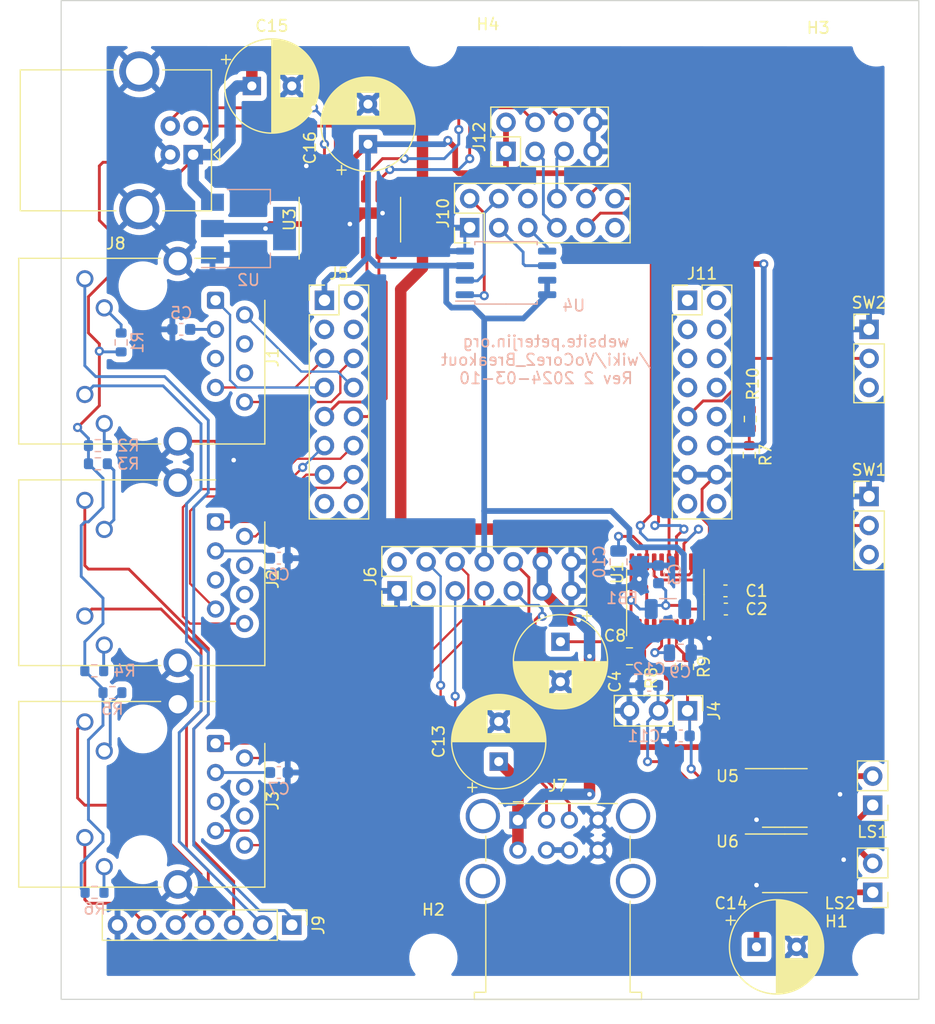
<source format=kicad_pcb>
(kicad_pcb (version 20211014) (generator pcbnew)
  (layers (0 "F.Cu" signal) (31 "B.Cu" signal) (34 "B.Paste" user) (35 "F.Paste" user) (36 "B.SilkS" user "B.Silkscreen") (37 "F.SilkS" user "F.Silkscreen") (38 "B.Mask" user) (39 "F.Mask" user) (44 "Edge.Cuts" user))
  (net 0 "")
  (net 1 "Net-(C1-Pad1)")
  (net 2 "GND")
  (net 3 "Net-(C5-Pad1)")
  (net 4 "Net-(C6-Pad1)")
  (net 5 "Net-(C7-Pad1)")
  (net 6 "Net-(C8-Pad1)")
  (net 7 "Net-(C8-Pad2)")
  (net 8 "Net-(C9-Pad1)")
  (net 9 "Net-(C10-Pad1)")
  (net 10 "/LOUT")
  (net 11 "/ROUT")
  (net 12 "+5V")
  (net 13 "+3.3V")
  (net 14 "/TD1+")
  (net 15 "/TD1-")
  (net 19 "/RD1+")
  (net 20 "/RD1-")
  (net 21 "/LED1")
  (net 22 "Net-(J1-Pad10)")
  (net 23 "/LED2")
  (net 24 "Net-(J1-Pad12)")
  (net 25 "/TD2+")
  (net 26 "/TD2-")
  (net 30 "/RD2+")
  (net 31 "/RD2-")
  (net 32 "/LED3")
  (net 33 "Net-(J2-Pad10)")
  (net 34 "/LED4")
  (net 35 "Net-(J2-Pad12)")
  (net 36 "/TD3+")
  (net 37 "/TD3-")
  (net 41 "/RD3+")
  (net 42 "/RD3-")
  (net 43 "/LED5")
  (net 44 "Net-(J3-Pad10)")
  (net 45 "/LED6")
  (net 46 "Net-(J3-Pad12)")
  (net 50 "/TX_TO_MCP")
  (net 51 "/RX_TO_VOCORE")
  (net 56 "Net-(J6-Pad9)")
  (net 57 "Net-(J6-Pad10)")
  (net 58 "Net-(J7-Pad6)")
  (net 59 "Net-(J8-Pad2)")
  (net 60 "Net-(J8-Pad3)")
  (net 61 "/SPI_CS")
  (net 62 "/SPI_CLK")
  (net 63 "/SPI_MISO")
  (net 64 "/SPI_MOSI")
  (net 66 "/I2C_SDA")
  (net 67 "/I2C_SCL")
  (net 68 "/I2S_BCLK")
  (net 69 "/I2S_LRCLK")
  (net 71 "/I2S_DATA")
  (net 80 "Net-(J11-Pad9)")
  (net 85 "Net-(LS1-Pad1)")
  (net 86 "Net-(LS1-Pad2)")
  (net 87 "Net-(LS2-Pad1)")
  (net 88 "Net-(LS2-Pad2)")
  (net 89 "Net-(R7-Pad2)")
  (net 90 "Net-(R8-Pad1)")
  (net 91 "Net-(R9-Pad1)")
  (net 99 "/HOST_SDA")
  (net 100 "/HOST_SCL")
  (footprint "Connector_RJ:RJ45_Cetus_J1B1211CCD_Horizontal" (layer "F.Cu") (at 63.5 95.5675 -90)
    (fp_text reference "J2")
    (fp_text value "8P8C_LED_Shielded")
  )
  (footprint "Capacitor_SMD:C_0603_1608Metric" (layer "F.Cu") (at 108.09 101.6)
    (fp_text reference "C1")
    (fp_text value "C")
  )
  (footprint "Capacitor_THT:CP_Radial_D8.0mm_P3.50mm" (layer "F.Cu") (at 110.8075 132.715)
    (fp_text reference "C14")
    (fp_text value "C_Polarized")
  )
  (footprint "Connector_PinHeader_2.54mm:PinHeader_2x04_P2.54mm_Vertical" (layer "F.Cu") (at 88.9 63.1825 90)
    (fp_text reference "J12")
    (fp_text value "Conn_02x04_Odd_Even")
  )
  (footprint "Connector_PinHeader_2.54mm:PinHeader_1x02_P2.54mm_Vertical" (layer "F.Cu") (at 120.9675 120.3325 180)
    (fp_text reference "LS1")
    (fp_text value "Speaker")
  )
  (footprint "Resistor_SMD:R_0603_1608Metric" (layer "F.Cu") (at 103.1875 108.215 -90)
    (fp_text reference "R8")
    (fp_text value "R")
  )
  (footprint "Capacitor_SMD:C_0805_2012Metric" (layer "F.Cu") (at 99.6975 107.315)
    (fp_text reference "C8")
    (fp_text value "10uF")
  )
  (footprint "Resistor_SMD:R_0603_1608Metric" (layer "F.Cu") (at 110.2675 86.575 90)
    (fp_text reference "R10")
    (fp_text value "R")
  )
  (footprint "Capacitor_SMD:C_0603_1608Metric" (layer "F.Cu") (at 108.1275 103.1875)
    (fp_text reference "C2")
    (fp_text value "C")
  )
  (footprint "Connector_PinHeader_2.54mm:PinHeader_1x07_P2.54mm_Vertical" (layer "F.Cu") (at 70.1675 130.81 -90)
    (fp_text reference "J9")
    (fp_text value "Conn_01x07")
  )
  (footprint "Connector_USB:USB_A_Wuerth_61400826021_Horizontal_Stacked" (layer "F.Cu") (at 89.9425 121.635)
    (fp_text reference "J7")
    (fp_text value "Conn_02x04_Top_Bottom")
  )
  (footprint "Capacitor_THT:CP_Radial_D8.0mm_P3.50mm" (layer "F.Cu") (at 76.835 62.555 90)
    (fp_text reference "C16")
    (fp_text value "C_Polarized")
  )
  (footprint "Connector_PinHeader_2.54mm:PinHeader_2x08_P2.54mm_Vertical" (layer "F.Cu") (at 104.775 76.2)
    (fp_text reference "J11")
    (fp_text value "Right")
  )
  (footprint "Connector_PinHeader_2.54mm:PinHeader_1x03_P2.54mm_Vertical" (layer "F.Cu") (at 120.65 78.74)
    (fp_text reference "SW2")
    (fp_text value "SW_SPDT")
  )
  (footprint "Connector_PinHeader_2.54mm:PinHeader_1x03_P2.54mm_Vertical" (layer "F.Cu") (at 120.65 93.345)
    (fp_text reference "SW1")
    (fp_text value "SW_SPDT")
  )
  (footprint "Resistor_SMD:R_0603_1608Metric" (layer "F.Cu") (at 110.1725 89.725 -90)
    (fp_text reference "R7")
    (fp_text value "R")
  )
  (footprint "Connector_PinHeader_2.54mm:PinHeader_2x07_P2.54mm_Vertical" (layer "F.Cu") (at 79.375 101.6 90)
    (fp_text reference "J6")
    (fp_text value "Bottom")
  )
  (footprint "Capacitor_THT:CP_Radial_D8.0mm_P3.50mm" (layer "F.Cu") (at 66.675 57.4675)
    (fp_text reference "C15")
    (fp_text value "C_Polarized")
  )
  (footprint "Capacitor_THT:CP_Radial_D8.0mm_P3.50mm" (layer "F.Cu") (at 93.6625 106.045 -90)
    (fp_text reference "C4")
    (fp_text value "C_Polarized")
  )
  (footprint "Package_SO:SOIC-8_3.9x4.9mm_P1.27mm" (layer "F.Cu") (at 113.2825 119.6975)
    (fp_text reference "U5")
    (fp_text value "PAM8302AAD")
  )
  (footprint "Capacitor_THT:CP_Radial_D8.0mm_P3.50mm" (layer "F.Cu") (at 88.265 116.5225 90)
    (fp_text reference "C13")
    (fp_text value "C_Polarized")
  )
  (footprint "MountingHole:MountingHole_3.2mm_M3" (layer "F.Cu") (at 82.55 133.6675)
    (fp_text reference "H2")
    (fp_text value "MountingHole")
  )
  (footprint "Package_SO:SOIC-8_3.9x4.9mm_P1.27mm" (layer "F.Cu") (at 113.2825 125.4125)
    (fp_text reference "U6")
    (fp_text value "PAM8302AAD")
  )
  (footprint "Connector_PinHeader_2.54mm:PinHeader_2x08_P2.54mm_Vertical" (layer "F.Cu") (at 73.025 76.2)
    (fp_text reference "J5")
    (fp_text value "Left")
  )
  (footprint "MountingHole:MountingHole_3.2mm_M3" (layer "F.Cu") (at 121.285 133.6675)
    (fp_text reference "H1")
    (fp_text value "MountingHole")
  )
  (footprint "MountingHole:MountingHole_3.2mm_M3" (layer "F.Cu") (at 121.285 53.6575)
    (fp_text reference "H3")
    (fp_text value "MountingHole")
  )
  (footprint "Connector_RJ:RJ45_Cetus_J1B1211CCD_Horizontal" (layer "F.Cu") (at 63.5 76.2 -90)
    (fp_text reference "J1")
    (fp_text value "8P8C_LED_Shielded")
  )
  (footprint "Package_SO:SOIC-14_3.9x8.7mm_P1.27mm" (layer "F.Cu") (at 75.2475 69.15 90)
    (fp_text reference "U3")
    (fp_text value "MCP2221AxSL")
  )
  (footprint "MountingHole:MountingHole_3.2mm_M3" (layer "F.Cu") (at 82.55 53.6575)
    (fp_text reference "H4")
    (fp_text value "MountingHole")
  )
  (footprint "Connector_PinHeader_2.54mm:PinHeader_1x03_P2.54mm_Vertical" (layer "F.Cu") (at 104.775 112.0775 -90)
    (fp_text reference "J4")
    (fp_text value "Conn_01x03")
  )
  (footprint "Connector_PinHeader_2.54mm:PinHeader_1x02_P2.54mm_Vertical" (layer "F.Cu") (at 120.9675 127.9525 180)
    (fp_text reference "LS2")
    (fp_text value "Speaker")
  )
  (footprint "Resistor_SMD:R_0603_1608Metric" (layer "F.Cu") (at 104.775 108.24 -90)
    (fp_text reference "R9")
    (fp_text value "R")
  )
  (footprint "Connector_PinHeader_2.54mm:PinHeader_2x06_P2.54mm_Vertical" (layer "F.Cu") (at 85.725 69.85 90)
    (fp_text reference "J10")
    (fp_text value "Top")
  )
  (footprint "Connector_USB:USB_B_OST_USB-B1HSxx_Horizontal" (layer "F.Cu") (at 61.5425 63.4675 180)
    (fp_text reference "J8")
    (fp_text value "USB_B")
  )
  (footprint "Package_SO:TSSOP-20_4.4x6.5mm_P0.65mm" (layer "F.Cu") (at 102.8325 101.9225 90)
    (fp_text reference "U1")
    (fp_text value "PCM5102")
  )
  (footprint "Connector_RJ:RJ45_Cetus_J1B1211CCD_Horizontal" (layer "F.Cu") (at 63.5 114.935 -90)
    (fp_text reference "J3")
    (fp_text value "8P8C_LED_Shielded")
  )
  (footprint "Resistor_SMD:R_0603_1608Metric" (layer "B.Cu") (at 53.2125 88.9)
    (fp_text reference "R2")
    (fp_text value "R")
  )
  (footprint "Package_SO:SOIC-8_5.23x5.23mm_P1.27mm" (layer "B.Cu") (at 88.9 73.805)
    (fp_text reference "U4")
    (fp_text value "W25Q128JVS")
  )
  (footprint "Resistor_SMD:R_0603_1608Metric" (layer "B.Cu") (at 52.895 108.585)
    (fp_text reference "R4")
    (fp_text value "R")
  )
  (footprint "Capacitor_SMD:C_0603_1608Metric" (layer "B.Cu") (at 104.1825 114.275 180)
    (fp_text reference "C11")
    (fp_text value "C")
  )
  (footprint "Resistor_SMD:R_0603_1608Metric" (layer "B.Cu") (at 55.245 79.8825 90)
    (fp_text reference "R1")
    (fp_text value "R")
  )
  (footprint "Capacitor_SMD:C_0603_1608Metric" (layer "B.Cu") (at 69.0375 98.7425)
    (fp_text reference "C6")
    (fp_text value "C")
  )
  (footprint "Capacitor_SMD:C_0805_2012Metric" (layer "B.Cu") (at 104.1375 106.9975)
    (fp_text reference "C9")
    (fp_text value "10uF")
  )
  (footprint "Resistor_SMD:R_0603_1608Metric" (layer "B.Cu") (at 53.2125 90.4875)
    (fp_text reference "R3")
    (fp_text value "R")
  )
  (footprint "Resistor_SMD:R_0603_1608Metric" (layer "B.Cu") (at 54.4825 110.49)
    (fp_text reference "R5")
    (fp_text value "R")
  )
  (footprint "Capacitor_SMD:C_0603_1608Metric" (layer "B.Cu") (at 60.5025 78.74 180)
    (fp_text reference "C5")
    (fp_text value "C")
  )
  (footprint "Capacitor_SMD:C_0805_2012Metric" (layer "B.Cu") (at 98.7425 99.06 -90)
    (fp_text reference "C10")
    (fp_text value "10uF")
  )
  (footprint "Capacitor_SMD:C_0603_1608Metric" (layer "B.Cu") (at 102.235 100.1525 90)
    (fp_text reference "C3")
    (fp_text value "C")
  )
  (footprint "Package_TO_SOT_SMD:SOT-223-3_TabPin2" (layer "B.Cu") (at 66.3825 69.9275)
    (fp_text reference "U2")
    (fp_text value "AMS1117-3.3")
  )
  (footprint "Capacitor_SMD:C_0603_1608Metric" (layer "B.Cu") (at 69.0375 117.475)
    (fp_text reference "C7")
    (fp_text value "C")
  )
  (footprint "Resistor_SMD:R_0603_1608Metric" (layer "B.Cu") (at 52.92 127.9525)
    (fp_text reference "R6")
    (fp_text value "R")
  )
  (footprint "Capacitor_SMD:C_0603_1608Metric" (layer "B.Cu") (at 101.4225 109.855 180)
    (fp_text reference "C12")
    (fp_text value "C")
  )
  (footprint "Resistor_SMD:R_1206_3216Metric" (layer "B.Cu") (at 103.0625 103.1875 180)
    (fp_text reference "FB1")
    (fp_text value "FerriteBead")
  )
  (gr_rect (start 50 50) (end 125 137.3025) (layer "Edge.Cuts") (width 0.1) (fill none))
  (gr_text "website.peterjin.org\n/wiki/VoCore2_Breakout\nRev 2 2024-03-10" (at 92.4 81.4) (layer "B.SilkS") (effects (font (size 1 1)) (justify mirror)))
  (segment (start 102.87 102.87) (end 104.14 102.87) (width 0.25) (layer "F.Cu") (net 1))
  (segment (start 99.9075 104.785) (end 99.8325 104.71) (width 0.25) (layer "F.Cu") (net 1))
  (segment (start 98.6475 106.045) (end 99.9075 104.785) (width 0.25) (layer "F.Cu") (net 1))
  (segment (start 107.3525 103.1875) (end 104.4575 103.1875) (width 0.25) (layer "F.Cu") (net 1))
  (segment (start 98.6475 106.045) (end 93.6625 106.045) (width 0.25) (layer "F.Cu") (net 1))
  (segment (start 99.8325 102.415) (end 99.8325 99.135) (width 0.25) (layer "F.Cu") (net 1))
  (segment (start 99.8325 99.135) (end 99.9075 99.06) (width 0.25) (layer "F.Cu") (net 1))
  (segment (start 104.14 102.87) (end 104.4575 103.1875) (width 0.25) (layer "F.Cu") (net 1))
  (segment (start 104.4575 103.1875) (end 104.4575 104.785) (width 0.25) (layer "F.Cu") (net 1))
  (segment (start 99.8325 104.71) (end 99.8325 102.415) (width 0.25) (layer "F.Cu") (net 1))
  (segment (start 107.315 101.6) (end 107.315 103.15) (width 0.25) (layer "F.Cu") (net 1))
  (segment (start 107.315 103.15) (end 107.3525 103.1875) (width 0.25) (layer "F.Cu") (net 1))
  (via (at 99.8325 102.415) (size 0.8) (drill 0.4) (layers "F.Cu" "B.Cu") (net 1))
  (via (at 102.87 102.87) (size 0.8) (drill 0.4) (layers "F.Cu" "B.Cu") (net 1))
  (segment (start 101.6 103.1875) (end 101.9175 102.87) (width 0.25) (layer "B.Cu") (net 1))
  (segment (start 101.9175 102.87) (end 102.87 102.87) (width 0.25) (layer "B.Cu") (net 1))
  (segment (start 101.6 103.1875) (end 100.605 103.1875) (width 0.25) (layer "B.Cu") (net 1))
  (segment (start 102.87 101.5625) (end 102.235 100.9275) (width 0.25) (layer "B.Cu") (net 1))
  (segment (start 102.87 102.87) (end 102.87 101.5625) (width 0.25) (layer "B.Cu") (net 1))
  (segment (start 100.605 103.1875) (end 99.8325 102.415) (width 0.25) (layer "B.Cu") (net 1))
  (segment (start 100.5575 100.5575) (end 101.2075 101.2075) (width 0.25) (layer "F.Cu") (net 2))
  (segment (start 105.1075 99.9975) (end 105.1075 99.06) (width 0.25) (layer "F.Cu") (net 2))
  (segment (start 115.7575 124.7775) (end 118.11 124.7775) (width 0.5) (layer "F.Cu") (net 2))
  (segment (start 65.0875 90.17) (end 63.4375 88.52) (width 0.25) (layer "F.Cu") (net 2))
  (segment (start 63.4375 88.52) (end 60.2 88.52) (width 0.25) (layer "F.Cu") (net 2))
  (segment (start 100.5575 99.06) (end 100.5575 100.5575) (width 0.25) (layer "F.Cu") (net 2))
  (segment (start 102.5075 99.06) (end 102.5075 100.1975) (width 0.25) (layer "F.Cu") (net 2))
  (segment (start 106.045 92.71) (end 106.045 95.25) (width 0.25) (layer "F.Cu") (net 2))
  (segment (start 106.68 95.885) (end 106.68 98.1375) (width 0.25) (layer "F.Cu") (net 2))
  (segment (start 108.865 101.6) (end 108.865 103.15) (width 0.25) (layer "F.Cu") (net 2))
  (segment (start 106.045 95.25) (end 106.68 95.885) (width 0.25) (layer "F.Cu") (net 2))
  (segment (start 105.1075 99.06) (end 105.7575 99.06) (width 0.25) (layer "F.Cu") (net 2))
  (segment (start 117.7925 119.0625) (end 118.11 119.38) (width 0.5) (layer "F.Cu") (net 2))
  (segment (start 107.315 91.44) (end 106.045 92.71) (width 0.25) (layer "F.Cu") (net 2))
  (segment (start 76.2 68.58) (end 78.105 68.58) (width 1) (layer "F.Cu") (net 2))
  (segment (start 106.68 105.7275) (end 106.68 105.7075) (width 0.25) (layer "F.Cu") (net 2))
  (segment (start 101.2075 101.2075) (end 101.2075 104.785) (width 0.25) (layer "F.Cu") (net 2))
  (segment (start 106.68 105.7075) (end 105.7575 104.785) (width 0.25) (layer "F.Cu") (net 2))
  (segment (start 75.2475 69.5325) (end 76.2 68.58) (width 1) (layer "F.Cu") (net 2))
  (segment (start 102.5075 100.1975) (end 104.9075 100.1975) (width 0.25) (layer "F.Cu") (net 2))
  (segment (start 118.11 124.7775) (end 118.4275 125.095) (width 0.5) (layer "F.Cu") (net 2))
  (segment (start 108.865 103.15) (end 108.9025 103.1875) (width 0.25) (layer "F.Cu") (net 2))
  (segment (start 71.4375 66.675) (end 71.4375 64.4525) (width 0.5) (layer "F.Cu") (net 2))
  (segment (start 108.9025 103.505) (end 106.68 105.7275) (width 0.25) (layer "F.Cu") (net 2))
  (segment (start 115.7575 119.0625) (end 117.7925 119.0625) (width 0.5) (layer "F.Cu") (net 2))
  (segment (start 108.9025 103.1875) (end 108.9025 103.505) (width 0.25) (layer "F.Cu") (net 2))
  (segment (start 105.1075 104.785) (end 105.7575 104.785) (width 0.25) (layer "F.Cu") (net 2))
  (segment (start 104.9075 100.1975) (end 105.1075 99.9975) (width 0.25) (layer "F.Cu") (net 2))
  (segment (start 106.68 98.1375) (end 105.7575 99.06) (width 0.25) (layer "F.Cu") (net 2))
  (via (at 78.105 68.58) (size 0.8) (drill 0.4) (layers "F.Cu" "B.Cu") (net 2))
  (via (at 106.68 105.7275) (size 0.8) (drill 0.4) (layers "F.Cu" "B.Cu") (net 2))
  (via (at 71.4375 64.4525) (size 0.8) (drill 0.4) (layers "F.Cu" "B.Cu") (net 2))
  (via (at 110.8075 121.6025) (size 0.8) (drill 0.4) (layers "F.Cu" "B.Cu") (net 2))
  (via (at 118.11 119.38) (size 0.8) (drill 0.4) (layers "F.Cu" "B.Cu") (net 2))
  (via (at 65.0875 90.17) (size 0.8) (drill 0.4) (layers "F.Cu" "B.Cu") (net 2))
  (via (at 75.2475 69.5325) (size 0.8) (drill 0.4) (layers "F.Cu" "B.Cu") (net 2))
  (via (at 118.4275 125.095) (size 0.8) (drill 0.4) (layers "F.Cu" "B.Cu") (net 2))
  (via (at 100.5575 100.5575) (size 0.8) (drill 0.4) (layers "F.Cu" "B.Cu") (net 2))
  (via (at 110.8075 127.3175) (size 0.8) (drill 0.4) (layers "F.Cu" "B.Cu") (net 2))
  (segment (start 85.3 70.275) (end 85.725 69.85) (width 0.25) (layer "B.Cu") (net 2))
  (segment (start 85.3 71.9) (end 85.3 70.275) (width 0.25) (layer "B.Cu") (net 2))
  (segment (start 61.2775 78.74) (end 63.5 78.74) (width 0.25) (layer "B.Cu") (net 3))
  (segment (start 68.2625 98.7425) (end 67.6275 98.1075) (width 0.25) (layer "B.Cu") (net 4))
  (segment (start 67.6275 98.1075) (end 63.5 98.1075) (width 0.25) (layer "B.Cu") (net 4))
  (segment (start 68.2625 117.475) (end 63.5 117.475) (width 0.25) (layer "B.Cu") (net 5))
  (segment (start 98.7475 107.315) (end 100.5575 105.505) (width 0.25) (layer "F.Cu") (net 6))
  (segment (start 100.5575 105.505) (end 100.5575 104.785) (width 0.25) (layer "F.Cu") (net 6))
  (segment (start 101.8575 104.785) (end 101.8575 105.7875) (width 0.25) (layer "F.Cu") (net 7))
  (segment (start 100.6475 106.9975) (end 100.6475 107.315) (width 0.25) (layer "F.Cu") (net 7))
  (segment (start 101.8575 105.7875) (end 100.6475 106.9975) (width 0.25) (layer "F.Cu") (net 7))
  (segment (start 102.5075 106.4075) (end 101.9175 106.9975) (width 0.25) (layer "F.Cu") (net 8))
  (segment (start 102.5075 104.785) (end 102.5075 106.4075) (width 0.25) (layer "F.Cu") (net 8))
  (via (at 101.9175 106.9975) (size 0.8) (drill 0.4) (layers "F.Cu" "B.Cu") (net 8))
  (segment (start 103.1875 106.9975) (end 101.9175 106.9975) (width 0.25) (layer "B.Cu") (net 8))
  (segment (start 100.6475 97.4725) (end 100.0125 96.8375) (width 0.25) (layer "F.Cu") (net 9))
  (segment (start 101.2075 99.06) (end 101.2075 98.0325) (width 0.25) (layer "F.Cu") (net 9))
  (segment (start 100.0125 96.8375) (end 98.7425 96.8375) (width 0.25) (layer "F.Cu") (net 9))
  (segment (start 101.2075 98.0325) (end 100.6475 97.4725) (width 0.25) (layer "F.Cu") (net 9))
  (via (at 98.7425 96.8375) (size 0.8) (drill 0.4) (layers "F.Cu" "B.Cu") (net 9))
  (segment (start 98.7425 96.8375) (end 98.7425 98.11) (width 0.25) (layer "B.Cu") (net 9))
  (segment (start 108.2675 120.3325) (end 110.8075 120.3325) (width 0.25) (layer "F.Cu") (net 10))
  (segment (start 105.0925 117.1575) (end 108.2675 120.3325) (width 0.25) (layer "F.Cu") (net 10))
  (segment (start 104.775 109.065) (end 104.775 112.0775) (width 0.25) (layer "F.Cu") (net 10))
  (via (at 105.0925 117.1575) (size 0.8) (drill 0.4) (layers "F.Cu" "B.Cu") (net 10))
  (segment (start 104.9575 114.275) (end 104.9575 112.26) (width 0.25) (layer "B.Cu") (net 10))
  (segment (start 104.9575 114.275) (end 105.0925 114.41) (width 0.25) (layer "B.Cu") (net 10))
  (segment (start 104.9575 112.26) (end 104.775 112.0775) (width 0.25) (layer "B.Cu") (net 10))
  (segment (start 105.0925 114.41) (end 105.0925 117.1575) (width 0.25) (layer "B.Cu") (net 10))
  (segment (start 103.1875 109.04) (end 103.1875 111.125) (width 0.25) (layer "F.Cu") (net 11))
  (segment (start 103.1875 116.5225) (end 107.95 121.285) (width 0.25) (layer "F.Cu") (net 11))
  (segment (start 101.2825 116.5225) (end 103.1875 116.5225) (width 0.25) (layer "F.Cu") (net 11))
  (segment (start 107.95 125.4125) (end 108.585 126.0475) (width 0.25) (layer "F.Cu") (net 11))
  (segment (start 103.1875 111.125) (end 102.235 112.0775) (width 0.25) (layer "F.Cu") (net 11))
  (segment (start 108.585 126.0475) (end 110.8075 126.0475) (width 0.25) (layer "F.Cu") (net 11))
  (segment (start 107.95 121.285) (end 107.95 125.4125) (width 0.25) (layer "F.Cu") (net 11))
  (via (at 101.2825 116.5225) (size 0.8) (drill 0.4) (layers "F.Cu" "B.Cu") (net 11))
  (segment (start 102.1975 112.04) (end 102.235 112.0775) (width 0.25) (layer "B.Cu") (net 11))
  (segment (start 101.2825 113.03) (end 101.2825 113.665) (width 0.25) (layer "B.Cu") (net 11))
  (segment (start 102.235 112.0775) (end 101.2825 113.03) (width 0.25) (layer "B.Cu") (net 11))
  (segment (start 102.1975 109.855) (end 102.1975 112.04) (width 0.25) (layer "B.Cu") (net 11))
  (segment (start 101.2825 113.665) (end 101.2825 116.5225) (width 0.25) (layer "B.Cu") (net 11))
  (segment (start 53.34 80.645) (end 53.34 80.01) (width 0.25) (layer "F.Cu") (net 12))
  (segment (start 61.5425 63.87) (end 61.5425 63.4675) (width 0.25) (layer "F.Cu") (net 12))
  (segment (start 110.8075 130.81) (end 113.665 127.9525) (width 0.5) (layer "F.Cu") (net 12))
  (segment (start 113.3475 120.3325) (end 113.3475 117.7925) (width 0.5) (layer "F.Cu") (net 12))
  (segment (start 53.34 64.4525) (end 53.6575 64.135) (width 0.25) (layer "F.Cu") (net 12))
  (segment (start 54.61 73.66) (end 54.61 70.485) (width 0.25) (layer "F.Cu") (net 12))
  (segment (start 54.61 70.485) (end 53.34 69.215) (width 0.25) (layer "F.Cu") (net 12))
  (segment (start 115.7575 120.3325) (end 113.3475 120.3325) (width 0.5) (layer "F.Cu") (net 12))
  (segment (start 81.5975 73.3425) (end 79.6925 75.2475) (width 1) (layer "F.Cu") (net 12))
  (segment (start 79.0575 56.8325) (end 81.5975 59.3725) (width 1) (layer "F.Cu") (net 12))
  (segment (start 89.9425 121.635) (end 89.9425 118.2) (width 1) (layer "F.Cu") (net 12))
  (segment (start 52.3875 75.8825) (end 54.61 73.66) (width 0.25) (layer "F.Cu") (net 12))
  (segment (start 66.675 57.4675) (end 66.675 55.88) (width 1) (layer "F.Cu") (net 12))
  (segment (start 67.31 55.245) (end 71.12 55.245) (width 1) (layer "F.Cu") (net 12))
  (segment (start 80.01 96.2025) (end 91.44 96.2025) (width 1) (layer "F.Cu") (net 12))
  (segment (start 94.615 104.14) (end 95.25 104.14) (width 1) (layer "F.Cu") (net 12))
  (segment (start 92.075 96.8375) (end 92.075 99.06) (width 1) (layer "F.Cu") (net 12))
  (segment (start 81.5975 59.3725) (end 81.5975 73.3425) (width 1) (layer "F.Cu") (net 12))
  (segment (start 113.665 127.9525) (end 113.665 126.0475) (width 0.5) (layer "F.Cu") (net 12))
  (segment (start 79.6925 95.885) (end 80.01 96.2025) (width 1) (layer "F.Cu") (net 12))
  (segment (start 53.34 85.4075) (end 53.34 80.645) (width 0.25) (layer "F.Cu") (net 12))
  (segment (start 52.3875 79.0575) (end 52.3875 75.8825) (width 0.25) (layer "F.Cu") (net 12))
  (segment (start 89.9425 121.635) (end 89.9425 124.255) (width 1) (layer "F.Cu") (net 12))
  (segment (start 96.2025 115.2525) (end 96.2025 119.38) (width 1) (layer "F.Cu") (net 12))
  (segment (start 60.325 65.0875) (end 61.5425 63.87) (width 0.25) (layer "F.Cu") (net 12))
  (segment (start 110.8075 132.715) (end 110.8075 130.81) (width 0.5) (layer "F.Cu") (net 12))
  (segment (start 58.42 65.0875) (end 60.325 65.0875) (width 0.25) (layer "F.Cu") (net 12))
  (segment (start 113.3475 123.5075) (end 113.3475 120.3325) (width 0.5) (layer "F.Cu") (net 12))
  (segment (start 71.12 55.245) (end 72.7075 56.8325) (width 1) (layer "F.Cu") (net 12))
  (segment (start 113.3475 117.7925) (end 113.3475 115.8875) (width 0.5) (layer "F.Cu") (net 12))
  (segment (start 113.3475 125.73) (end 113.3475 123.5075) (width 0.5) (layer "F.Cu") (net 12))
  (segment (start 92.075 101.6) (end 94.615 104.14) (width 1) (layer "F.Cu") (net 12))
  (segment (start 112.7125 115.2525) (end 96.2025 115.2525) (width 0.5) (layer "F.Cu") (net 12))
  (segment (start 51.435 87.3125) (end 53.34 85.4075) (width 0.25) (layer "F.Cu") (net 12))
  (segment (start 96.2025 107.315) (end 96.2025 115.2525) (width 1) (layer "F.Cu") (net 12))
  (segment (start 91.44 96.2025) (end 92.075 96.8375) (width 1) (layer "F.Cu") (net 12))
  (segment (start 53.34 69.215) (end 53.34 64.4525) (width 0.25) (layer "F.Cu") (net 12))
  (segment (start 66.675 55.88) (end 67.31 55.245) (width 1) (layer "F.Cu") (net 12))
  (segment (start 110.8075 123.5075) (end 113.3475 123.5075) (width 0.5) (layer "F.Cu") (net 12))
  (segment (start 115.7575 126.0475) (end 113.665 126.0475) (width 0.5) (layer "F.Cu") (net 12))
  (segment (start 110.8075 117.7925) (end 113.3475 117.7925) (width 0.5) (layer "F.Cu") (net 12))
  (segment (start 72.7075 56.8325) (end 79.0575 56.8325) (width 1) (layer "F.Cu") (net 12))
  (segment (start 89.9425 118.2) (end 88.265 116.5225) (width 1) (layer "F.Cu") (net 12))
  (segment (start 113.3475 115.8875) (end 112.7125 115.2525) (width 0.5) (layer "F.Cu") (net 12))
  (segment (start 53.34 80.01) (end 52.3875 79.0575) (width 0.25) (layer "F.Cu") (net 12))
  (segment (start 113.665 126.0475) (end 113.3475 125.73) (width 0.5) (layer "F.Cu") (net 12))
  (segment (start 57.4675 64.135) (end 58.42 65.0875) (width 0.25) (layer "F.Cu") (net 12))
  (segment (start 79.6925 75.2475) (end 79.6925 95.885) (width 1) (layer "F.Cu") (net 12))
  (segment (start 53.6575 64.135) (end 57.4675 64.135) (width 0.25) (layer "F.Cu") (net 12))
  (via (at 51.435 87.3125) (size 0.8) (drill 0.4) (layers "F.Cu" "B.Cu") (net 12))
  (via (at 96.2025 119.38) (size 0.8) (drill 0.4) (layers "F.Cu" "B.Cu") (net 12))
  (via (at 53.34 80.645) (size 0.8) (drill 0.4) (layers "F.Cu" "B.Cu") (net 12))
  (via (at 95.25 104.14) (size 0.8) (drill 0.4) (layers "F.Cu" "B.Cu") (net 12))
  (via (at 96.2025 107.315) (size 0.8) (drill 0.4) (layers "F.Cu" "B.Cu") (net 12))
  (segment (start 64.77 58.1025) (end 65.405 57.4675) (width 1) (layer "B.Cu") (net 12))
  (segment (start 52.095 127.9525) (end 51.7525 127.61) (width 0.25) (layer "B.Cu") (net 12))
  (segment (start 51.7525 95.885) (end 51.7525 100.33) (width 0.25) (layer "B.Cu") (net 12))
  (segment (start 51.7525 100.33) (end 53.6575 102.235) (width 0.25) (layer "B.Cu") (net 12))
  (segment (start 52.07 108.585) (end 53.6575 110.1725) (width 0.25) (layer "B.Cu") (net 12))
  (segment (start 53.6575 94.2975) (end 52.3875 95.5675) (width 0.25) (layer "B.Cu") (net 12))
  (segment (start 53.6575 122.8725) (end 52.3875 121.6025) (width 0.25) (layer "B.Cu") (net 12))
  (segment (start 51.7525 125.4125) (end 53.6575 123.5075) (width 0.25) (layer "B.Cu") (net 12))
  (segment (start 53.6575 102.235) (end 53.6575 104.4575) (width 0.25) (layer "B.Cu") (net 12))
  (segment (start 53.6575 91.7575) (end 53.6575 94.2975) (width 0.25) (layer "B.Cu") (net 12))
  (segment (start 61.5425 63.4675) (end 61.5425 65.9375) (width 1) (layer "B.Cu") (net 12))
  (segment (start 96.2025 119.38) (end 92.1975 119.38) (width 1) (layer "B.Cu") (net 12))
  (segment (start 52.07 95.5675) (end 51.7525 95.885) (width 0.25) (layer "B.Cu") (net 12))
  (segment (start 52.3875 114.6175) (end 53.6575 113.3475) (width 0.25) (layer "B.Cu") (net 12))
  (segment (start 52.3875 88.9) (end 52.3875 90.4875) (width 0.25) (layer "B.Cu") (net 12))
  (segment (start 53.6575 123.5075) (end 53.6575 122.8725) (width 0.25) (layer "B.Cu") (net 12))
  (segment (start 53.4025 80.7075) (end 53.34 80.645) (width 0.25) (layer "B.Cu") (net 12))
  (segment (start 55.245 80.7075) (end 53.4025 80.7075) (width 0.25) (layer "B.Cu") (net 12))
  (segment (start 53.6575 110.1725) (end 53.6575 110.49) (width 0.25) (layer "B.Cu") (net 12))
  (segment (start 51.7525 127.61) (end 51.7525 125.4125) (width 0.25) (layer "B.Cu") (net 12))
  (segment (start 92.1975 119.38) (end 89.9425 121.635) (width 1) (layer "B.Cu") (net 12))
  (segment (start 52.3875 90.4875) (end 53.6575 91.7575) (width 0.25) (layer "B.Cu") (net 12))
  (segment (start 52.3875 95.5675) (end 52.07 95.5675) (width 0.25) (layer "B.Cu") (net 12))
  (segment (start 65.405 57.4675) (end 66.675 57.4675) (width 1) (layer "B.Cu") (net 12))
  (segment (start 52.3875 88.265) (end 51.435 87.3125) (width 0.25) (layer "B.Cu") (net 12))
  (segment (start 53.6575 113.3475) (end 53.6575 110.49) (width 0.25) (layer "B.Cu") (net 12))
  (segment (start 64.77 62.23) (end 64.77 58.1025) (width 1) (layer "B.Cu") (net 12))
  (segment (start 52.3875 121.6025) (end 52.3875 114.6175) (width 0.25) (layer "B.Cu") (net 12))
  (segment (start 53.6575 104.4575) (end 52.07 106.045) (width 0.25) (layer "B.Cu") (net 12))
  (segment (start 52.07 106.045) (end 52.07 108.585) (width 0.25) (layer "B.Cu") (net 12))
  (segment (start 61.5425 65.9375) (end 63.2325 67.6275) (width 1) (layer "B.Cu") (net 12))
  (segment (start 92.075 99.06) (end 92.075 101.6) (width 1) (layer "B.Cu") (net 12))
  (segment (start 96.2025 105.0925) (end 96.2025 107.315) (width 1) (layer "B.Cu") (net 12))
  (segment (start 52.3875 88.9) (end 52.3875 88.265) (width 0.25) (layer "B.Cu") (net 12))
  (segment (start 61.5425 63.4675) (end 63.5325 63.4675) (width 1) (layer "B.Cu") (net 12))
  (segment (start 63.5325 63.4675) (end 64.77 62.23) (width 1) (layer "B.Cu") (net 12))
  (segment (start 95.25 104.14) (end 96.2025 105.0925) (width 1) (layer "B.Cu") (net 12))
  (segment (start 107.315 88.9) (end 110.1725 88.9) (width 0.25) (layer "F.Cu") (net 13))
  (segment (start 75.2475 66.675) (end 75.2475 67.945) (width 0.5) (layer "F.Cu") (net 13))
  (segment (start 76.835 62.555) (end 75.2475 64.1425) (width 0.5) (layer "F.Cu") (net 13))
  (segment (start 110.1725 87.495) (end 110.2675 87.4) (width 0.25) (layer "F.Cu") (net 13))
  (segment (start 72.39 68.58) (end 71.4375 69.5325) (width 0.5) (layer "F.Cu") (net 13))
  (segment (start 75.2475 67.945) (end 74.6125 68.58) (width 0.5) (layer "F.Cu") (net 13))
  (segment (start 71.4375 69.5325) (end 71.4375 71.625) (width 0.5) (layer "F.Cu") (net 13))
  (segment (start 84.455 64.77) (end 84.7725 65.0875) (width 0.5) (layer "F.Cu") (net 13))
  (segment (start 74.6125 68.58) (end 72.39 68.58) (width 0.5) (layer "F.Cu") (net 13))
  (segment (start 88.9 60.6425) (end 88.9 63.1825) (width 0.5) (layer "F.Cu") (net 13))
  (segment (start 84.7725 65.0875) (end 88.9 65.0875) (width 0.5) (layer "F.Cu") (net 13))
  (segment (start 84.455 62.865) (end 84.455 64.77) (width 0.5) (layer "F.Cu") (net 13))
  (segment (start 101.9175 65.0875) (end 104.14 67.31) (width 0.5) (layer "F.Cu") (net 13))
  (segment (start 104.14 67.31) (end 104.14 67.6275) (width 0.5) (layer "F.Cu") (net 13))
  (segment (start 75.2475 64.1425) (end 75.2475 66.675) (width 0.5) (layer "F.Cu") (net 13))
  (segment (start 88.9 65.0875) (end 101.9175 65.0875) (width 0.5) (layer "F.Cu") (net 13))
  (segment (start 110.1725 88.9) (end 110.1725 87.495) (width 0.25) (layer "F.Cu") (net 13))
  (segment (start 104.14 72.7075) (end 104.4575 73.025) (width 0.5) (layer "F.Cu") (net 13))
  (segment (start 68.2625 69.5325) (end 71.4375 69.5325) (width 0.5) (layer "F.Cu") (net 13))
  (segment (start 104.4575 73.025) (end 111.4425 73.025) (width 0.5) (layer "F.Cu") (net 13))
  (segment (start 104.14 67.6275) (end 104.14 72.7075) (width 0.5) (layer "F.Cu") (net 13))
  (segment (start 83.82 62.23) (end 84.455 62.865) (width 0.5) (layer "F.Cu") (net 13))
  (segment (start 67.8675 69.9275) (end 68.2625 69.5325) (width 0.5) (layer "F.Cu") (net 13))
  (segment (start 88.9 63.1825) (end 88.9 65.0875) (width 0.5) (layer "F.Cu") (net 13))
  (via (at 67.8675 69.9275) (size 0.8) (drill 0.4) (layers "F.Cu" "B.Cu") (net 13))
  (via (at 83.82 62.23) (size 0.8) (drill 0.4) (layers "F.Cu" "B.Cu") (net 13))
  (via (at 111.4425 73.025) (size 0.8) (drill 0.4) (layers "F.Cu" "B.Cu") (net 13))
  (segment (start 111.4425 88.5825) (end 111.125 88.9) (width 0.5) (layer "B.Cu") (net 13))
  (segment (start 90.4225 77.7875) (end 92.5 75.71) (width 0.5) (layer "B.Cu") (net 13))
  (segment (start 84.1375 76.835) (end 83.675 76.3725) (width 0.5) (layer "B.Cu") (net 13))
  (segment (start 77.6425 73.17) (end 77.62875 73.18375) (width 0.5) (layer "B.Cu") (net 13))
  (segment (start 92.5 74.44) (end 92.5 75.71) (width 0.5) (layer "B.Cu") (net 13))
  (segment (start 83.675 73.17) (end 77.6425 73.17) (width 0.5) (layer "B.Cu") (net 13))
  (segment (start 103.8225 97.79) (end 100.33 97.79) (width 0.5) (layer "B.Cu") (net 13))
  (segment (start 76.835 62.555) (end 76.835 72.39) (width 0.5) (layer "B.Cu") (net 13))
  (segment (start 83.675 76.3725) (end 83.675 73.17) (width 0.5) (layer "B.Cu") (net 13))
  (segment (start 98.1075 94.615) (end 86.995 94.615) (width 0.5) (layer "B.Cu") (net 13))
  (segment (start 104.4575 98.425) (end 103.8225 97.79) (width 0.5) (layer "B.Cu") (net 13))
  (segment (start 67.8675 69.9275) (end 69.5325 69.9275) (width 1) (layer "B.Cu") (net 13))
  (segment (start 104.525 103.1875) (end 104.4575 103.12) (width 0.5) (layer "B.Cu") (net 13))
  (segment (start 76.835 72.39) (end 77.62875 73.18375) (width 0.5) (layer "B.Cu") (net 13))
  (segment (start 86.0425 76.835) (end 84.1375 76.835) (width 0.5) (layer "B.Cu") (net 13))
  (segment (start 76.835 62.555) (end 83.495 62.555) (width 0.5) (layer "B.Cu") (net 13))
  (segment (start 73.66 73.9775) (end 73.025 74.6125) (width 0.5) (layer "B.Cu") (net 13))
  (segment (start 111.4425 73.025) (end 111.4425 88.5825) (width 0.5) (layer "B.Cu") (net 13))
  (segment (start 75.2475 73.9775) (end 73.66 73.9775) (width 0.5) (layer "B.Cu") (net 13))
  (segment (start 99.695 96.2025) (end 98.1075 94.615) (width 0.5) (layer "B.Cu") (net 13))
  (segment (start 111.125 88.9) (end 107.315 88.9) (width 0.5) (layer "B.Cu") (net 13))
  (segment (start 63.2325 69.9275) (end 67.8675 69.9275) (width 1) (layer "B.Cu") (net 13))
  (segment (start 86.995 99.06) (end 86.995 94.615) (width 0.5) (layer "B.Cu") (net 13))
  (segment (start 86.995 77.7875) (end 90.4225 77.7875) (width 0.5) (layer "B.Cu") (net 13))
  (segment (start 73.025 74.6125) (end 73.025 76.2) (width 0.5) (layer "B.Cu") (net 13))
  (segment (start 86.995 94.615) (end 86.995 77.7875) (width 0.5) (layer "B.Cu") (net 13))
  (segment (start 76.835 72.39) (end 75.2475 73.9775) (width 0.5) (layer "B.Cu") (net 13))
  (segment (start 86.995 77.7875) (end 86.0425 76.835) (width 0.5) (layer "B.Cu") (net 13))
  (segment (start 100.33 97.79) (end 99.695 97.155) (width 0.5) (layer "B.Cu") (net 13))
  (segment (start 99.695 97.155) (end 99.695 96.2025) (width 0.5) (layer "B.Cu") (net 13))
  (segment (start 104.4575 103.12) (end 104.4575 98.425) (width 0.5) (layer "B.Cu") (net 13))
  (segment (start 83.495 62.555) (end 83.82 62.23) (width 0.5) (layer "B.Cu") (net 13))
  (segment (start 85.3 73.17) (end 83.675 73.17) (width 0.5) (layer "B.Cu") (net 13))
  (segment (start 65.405 83.82) (end 73.025 83.82) (width 0.2) (layer "B.Cu") (net 14))
  (segment (start 64.77 83.185) (end 65.405 83.82) (width 0.2) (layer "B.Cu") (net 14))
  (segment (start 63.5 76.2) (end 64.77 77.47) (width 0.2) (layer "B.Cu") (net 14))
  (segment (start 64.77 77.47) (end 64.77 83.185) (width 0.2) (layer "B.Cu") (net 14))
  (segment (start 74.175 82.43) (end 71 82.43) (width 0.2) (layer "B.Cu") (net 15))
  (segment (start 71 82.43) (end 66.04 77.47) (width 0.2) (layer "B.Cu") (net 15))
  (segment (start 75.565 83.82) (end 74.175 82.43) (width 0.2) (layer "B.Cu") (net 15))
  (segment (start 63.5 83.82) (end 70.485 83.82) (width 0.2) (layer "F.Cu") (net 19))
  (segment (start 70.485 83.82) (end 73.025 81.28) (width 0.2) (layer "F.Cu") (net 19))
  (segment (start 74.415 84.296346) (end 74.415 82.43) (width 0.2) (layer "F.Cu") (net 20))
  (segment (start 73.621346 85.09) (end 74.415 84.296346) (width 0.2) (layer "F.Cu") (net 20))
  (segment (start 74.415 82.43) (end 75.565 81.28) (width 0.2) (layer "F.Cu") (net 20))
  (segment (start 66.04 85.09) (end 73.621346 85.09) (width 0.2) (layer "F.Cu") (net 20))
  (segment (start 61.595 123.825) (end 67.31 129.54) (width 0.25) (layer "B.Cu") (net 21))
  (segment (start 62.865 93.0275) (end 61.595 94.2975) (width 0.25) (layer "B.Cu") (net 21))
  (segment (start 62.865 106.9975) (end 62.865 112.395) (width 0.25) (layer "B.Cu") (net 21))
  (segment (start 52.07 81.915) (end 53.0225 82.8675) (width 0.25) (layer "B.Cu") (net 21))
  (segment (start 53.0225 82.8675) (end 59.055 82.8675) (width 0.25) (layer "B.Cu") (net 21))
  (segment (start 61.595 105.7275) (end 62.865 106.9975) (width 0.25) (layer "B.Cu") (net 21))
  (segment (start 62.865 86.6775) (end 62.865 93.0275) (width 0.25) (layer "B.Cu") (net 21))
  (segment (start 70.1675 130.175) (end 70.1675 130.81) (width 0.25) (layer "B.Cu") (net 21))
  (segment (start 59.055 82.8675) (end 62.865 86.6775) (width 0.25) (layer "B.Cu") (net 21))
  (segment (start 61.595 113.665) (end 61.595 123.825) (width 0.25) (layer "B.Cu") (net 21))
  (segment (start 69.5325 129.54) (end 70.1675 130.175) (width 0.25) (layer "B.Cu") (net 21))
  (segment (start 52.07 74.32) (end 52.07 81.915) (width 0.25) (layer "B.Cu") (net 21))
  (segment (start 61.595 94.2975) (end 61.595 105.7275) (width 0.25) (layer "B.Cu") (net 21))
  (segment (start 67.31 129.54) (end 69.5325 129.54) (width 0.25) (layer "B.Cu") (net 21))
  (segment (start 62.865 112.395) (end 61.595 113.665) (width 0.25) (layer "B.Cu") (net 21))
  (segment (start 53.77 76.86) (end 55.245 78.335) (width 0.25) (layer "B.Cu") (net 22))
  (segment (start 55.245 78.335) (end 55.245 79.0575) (width 0.25) (layer "B.Cu") (net 22))
  (segment (start 60.96 106.045) (end 60.96 93.98) (width 0.25) (layer "B.Cu") (net 23))
  (segment (start 62.23 86.995) (end 58.915 83.68) (width 0.25) (layer "B.Cu") (net 23))
  (segment (start 62.23 107.315) (end 60.96 106.045) (width 0.25) (layer "B.Cu") (net 23))
  (segment (start 60.325 113.9825) (end 62.23 112.0775) (width 0.25) (layer "B.Cu") (net 23))
  (segment (start 62.23 92.71) (end 62.23 86.995) (width 0.25) (layer "B.Cu") (net 23))
  (segment (start 52.82 83.68) (end 52.07 84.43) (width 0.25) (layer "B.Cu") (net 23))
  (segment (start 60.96 93.98) (end 62.23 92.71) (width 0.25) (layer "B.Cu") (net 23))
  (segment (start 60.325 123.5075) (end 60.325 113.9825) (width 0.25) (layer "B.Cu") (net 23))
  (segment (start 62.23 112.0775) (end 62.23 107.315) (width 0.25) (layer "B.Cu") (net 23))
  (segment (start 67.6275 130.81) (end 60.325 123.5075) (width 0.25) (layer "B.Cu") (net 23))
  (segment (start 58.915 83.68) (end 52.82 83.68) (width 0.25) (layer "B.Cu") (net 23))
  (segment (start 53.77 88.6325) (end 54.0375 88.9) (width 0.25) (layer "B.Cu") (net 24))
  (segment (start 53.77 86.97) (end 53.77 88.6325) (width 0.25) (layer "B.Cu") (net 24))
  (segment (start 63.8175 95.25) (end 63.5 95.5675) (width 0.2) (layer "F.Cu") (net 25))
  (segment (start 71.4375 91.44) (end 67.31 95.5675) (width 0.2) (layer "F.Cu") (net 25))
  (segment (start 73.025 91.44) (end 71.4375 91.44) (width 0.2) (layer "F.Cu") (net 25))
  (segment (start 67.31 95.5675) (end 63.5 95.5675) (width 0.2) (layer "F.Cu") (net 25))
  (segment (start 66.9925 96.8375) (end 71.24 92.59) (width 0.2) (layer "F.Cu") (net 26))
  (segment (start 71.24 92.59) (end 74.415 92.59) (width 0.2) (layer "F.Cu") (net 26))
  (segment (start 74.415 92.59) (end 75.565 91.44) (width 0.2) (layer "F.Cu") (net 26))
  (segment (start 66.04 96.8375) (end 66.9925 96.8375) (width 0.2) (layer "F.Cu") (net 26))
  (segment (start 61.2775 94.615) (end 61.9125 93.98) (width 0.2) (layer "F.Cu") (net 30))
  (segment (start 62.5475 93.345) (end 68.2625 93.345) (width 0.2) (layer "F.Cu") (net 30))
  (segment (start 61.9125 93.98) (end 62.5475 93.345) (width 0.2) (layer "F.Cu") (net 30))
  (segment (start 63.5 103.1875) (end 61.2775 100.965) (width 0.2) (layer "F.Cu") (net 30))
  (segment (start 68.2625 93.345) (end 68.58 93.345) (width 0.2) (layer "F.Cu") (net 30))
  (segment (start 68.58 93.345) (end 71.12 90.805) (width 0.2) (layer "F.Cu") (net 30))
  (segment (start 61.2775 100.965) (end 61.2775 94.615) (width 0.2) (layer "F.Cu") (net 30))
  (via (at 71.12 90.805) (size 0.8) (drill 0.4) (layers "F.Cu" "B.Cu") (net 30))
  (segment (start 71.12 90.805) (end 73.025 88.9) (width 0.2) (layer "B.Cu") (net 30))
  (segment (start 61.2775 104.4575) (end 60.6425 103.8225) (width 0.2) (layer "F.Cu") (net 31))
  (segment (start 62.23 92.71) (end 67.945 92.71) (width 0.2) (layer "F.Cu") (net 31))
  (segment (start 66.04 104.4575) (end 61.2775 104.4575) (width 0.2) (layer "F.Cu") (net 31))
  (segment (start 67.945 92.71) (end 70.605 90.05) (width 0.2) (layer "F.Cu") (net 31))
  (segment (start 60.6425 94.2975) (end 62.23 92.71) (width 0.2) (layer "F.Cu") (net 31))
  (segment (start 60.6425 103.8225) (end 60.6425 94.2975) (width 0.2) (layer "F.Cu") (net 31))
  (segment (start 70.605 90.05) (end 74.415 90.05) (width 0.2) (layer "F.Cu") (net 31))
  (segment (start 74.415 90.05) (end 75.565 88.9) (width 0.2) (layer "F.Cu") (net 31))
  (segment (start 62.865 106.646041) (end 55.91396 99.695) (width 0.25) (layer "F.Cu") (net 32))
  (segment (start 65.0875 127) (end 61.595 123.5075) (width 0.25) (layer "F.Cu") (net 32))
  (segment (start 52.3875 99.695) (end 52.07 99.3775) (width 0.25) (layer "F.Cu") (net 32))
  (segment (start 55.91396 99.695) (end 52.3875 99.695) (width 0.25) (layer "F.Cu") (net 32))
  (segment (start 62.865 112.395) (end 62.865 106.646041) (width 0.25) (layer "F.Cu") (net 32))
  (segment (start 61.595 113.665) (end 62.865 112.395) (width 0.25) (layer "F.Cu") (net 32))
  (segment (start 65.0875 130.81) (end 65.0875 127) (width 0.25) (layer "F.Cu") (net 32))
  (segment (start 61.595 123.5075) (end 61.595 113.665) (width 0.25) (layer "F.Cu") (net 32))
  (segment (start 52.07 99.3775) (end 52.07 93.6875) (width 0.25) (layer "F.Cu") (net 32))
  (segment (start 54.61 95.3875) (end 54.61 91.06) (width 0.25) (layer "B.Cu") (net 33))
  (segment (start 54.61 91.06) (end 54.0375 90.4875) (width 0.25) (layer "B.Cu") (net 33))
  (segment (start 53.77 96.2275) (end 54.61 95.3875) (width 0.25) (layer "B.Cu") (net 33))
  (segment (start 62.865 126.0475) (end 60.96 124.1425) (width 0.25) (layer "F.Cu") (net 34))
  (segment (start 52.68 103.1875) (end 52.07 103.7975) (width 0.25) (layer "F.Cu") (net 34))
  (segment (start 62.865 128.905) (end 62.865 126.0475) (width 0.25) (layer "F.Cu") (net 34))
  (segment (start 58.7375 103.1875) (end 52.68 103.1875) (width 0.25) (layer "F.Cu") (net 34))
  (segment (start 62.5475 130.81) (end 62.5475 129.2225) (width 0.25) (layer "F.Cu") (net 34))
  (segment (start 62.23 106.68) (end 58.7375 103.1875) (width 0.25) (layer "F.Cu") (net 34))
  (segment (start 62.5475 129.2225) (end 62.865 128.905) (width 0.25) (layer "F.Cu") (net 34))
  (segment (start 60.96 124.1425) (end 60.96 113.3475) (width 0.25) (layer "F.Cu") (net 34))
  (segment (start 60.96 113.3475) (end 62.23 112.0775) (width 0.25) (layer "F.Cu") (net 34))
  (segment (start 62.23 112.0775) (end 62.23 106.68) (width 0.25) (layer "F.Cu") (net 34))
  (segment (start 53.72 106.3875) (end 53.77 106.3375) (width 0.25) (layer "B.Cu") (net 35))
  (segment (start 53.72 108.585) (end 53.72 106.3875) (width 0.25) (layer "B.Cu") (net 35))
  (segment (start 63.5 114.935) (end 74.295 114.935) (width 0.2) (layer "F.Cu") (net 36))
  (segment (start 85.605 103.625) (end 85.605 100.21) (width 0.2) (layer "F.Cu") (net 36))
  (segment (start 85.605 100.21) (end 84.455 99.06) (width 0.2) (layer "F.Cu") (net 36))
  (segment (start 74.295 114.935) (end 85.605 103.625) (width 0.2) (layer "F.Cu") (net 36))
  (segment (start 74.93 116.205) (end 86.995 104.14) (width 0.2) (layer "F.Cu") (net 37))
  (segment (start 86.995 104.14) (end 86.995 101.6) (width 0.2) (layer "F.Cu") (net 37))
  (segment (start 66.04 116.205) (end 74.93 116.205) (width 0.2) (layer "F.Cu") (net 37))
  (segment (start 81.28 122.555) (end 63.5 122.555) (width 0.2) (layer "F.Cu") (net 41))
  (segment (start 83.185 120.65) (end 81.28 122.555) (width 0.2) (layer "F.Cu") (net 41))
  (segment (start 83.185 109.855) (end 83.185 120.65) (width 0.2) (layer "F.Cu") (net 41))
  (via (at 83.185 109.855) (size 0.8) (drill 0.4) (layers "F.Cu" "B.Cu") (net 41))
  (segment (start 81.915 99.06) (end 83.185 100.33) (width 0.2) (layer "B.Cu") (net 41))
  (segment (start 83.185 100.33) (end 83.185 109.855) (width 0.2) (layer "B.Cu") (net 41))
  (segment (start 81.28 123.825) (end 84.455 120.65) (width 0.2) (layer "F.Cu") (net 42))
  (segment (start 66.04 123.825) (end 81.28 123.825) (width 0.2) (layer "F.Cu") (net 42))
  (segment (start 84.455 120.65) (end 84.455 110.8075) (width 0.2) (layer "F.Cu") (net 42))
  (via (at 84.455 110.8075) (size 0.8) (drill 0.4) (layers "F.Cu" "B.Cu") (net 42))
  (segment (start 84.455 101.6) (end 84.455 110.8075) (width 0.2) (layer "B.Cu") (net 42))
  (segment (start 56.1975 120.3325) (end 52.07 120.3325) (width 0.25) (layer "F.Cu") (net 43))
  (segment (start 62.23 126.365) (end 56.1975 120.3325) (width 0.25) (layer "F.Cu") (net 43))
  (segment (start 51.435 119.6975) (end 51.435 113.69) (width 0.25) (layer "F.Cu") (net 43))
  (segment (start 62.23 128.5875) (end 62.23 126.365) (width 0.25) (layer "F.Cu") (net 43))
  (segment (start 51.435 113.69) (end 52.07 113.055) (width 0.25) (layer "F.Cu") (net 43))
  (segment (start 52.07 120.3325) (end 51.435 119.6975) (width 0.25) (layer "F.Cu") (net 43))
  (segment (start 60.0075 130.81) (end 62.23 128.5875) (width 0.25) (layer "F.Cu") (net 43))
  (segment (start 55.3075 110.49) (end 55.149999 110.647501) (width 0.25) (layer "B.Cu") (net 44))
  (segment (start 54.2925 111.4425) (end 54.2925 115.0725) (width 0.25) (layer "B.Cu") (net 44))
  (segment (start 54.2925 115.0725) (end 53.77 115.595) (width 0.25) (layer "B.Cu") (net 44))
  (segment (start 55.087499 110.647501) (end 54.2925 111.4425) (width 0.25) (layer "B.Cu") (net 44))
  (segment (start 55.149999 110.647501) (end 55.087499 110.647501) (width 0.25) (layer "B.Cu") (net 44))
  (segment (start 55.5625 128.905) (end 52.3875 128.905) (width 0.25) (layer "F.Cu") (net 45))
  (segment (start 57.4675 130.81) (end 55.5625 128.905) (width 0.25) (layer "F.Cu") (net 45))
  (segment (start 52.3875 128.905) (end 52.07 128.5875) (width 0.25) (layer "F.Cu") (net 45))
  (segment (start 52.07 128.5875) (end 52.07 123.165) (width 0.25) (layer "F.Cu") (net 45))
  (segment (start 53.745 125.73) (end 53.77 125.705) (width 0.25) (layer "B.Cu") (net 46))
  (segment (start 53.745 127.9525) (end 53.745 125.73) (width 0.25) (layer "B.Cu") (net 46))
  (segment (start 74.295 85.09) (end 73.025 86.36) (width 0.25) (layer "F.Cu") (net 50))
  (segment (start 76.74 71.8475) (end 76.74 74.5175) (width 0.25) (layer "F.Cu") (net 50))
  (segment (start 76.74 74.5175) (end 77.47 75.2475) (width 0.25) (layer "F.Cu") (net 50))
  (segment (start 77.1525 85.09) (end 74.295 85.09) (width 0.25) (layer "F.Cu") (net 50))
  (segment (start 76.5175 71.625) (end 76.74 71.8475) (width 0.25) (layer "F.Cu") (net 50))
  (segment (start 77.47 75.2475) (end 77.47 84.7725) (width 0.25) (layer "F.Cu") (net 50))
  (segment (start 77.47 84.7725) (end 77.1525 85.09) (width 0.25) (layer "F.Cu") (net 50))
  (segment (start 78.4225 84.7725) (end 78.4225 74.6125) (width 0.25) (layer "F.Cu") (net 51))
  (segment (start 75.565 86.36) (end 76.835 86.36) (width 0.25) (layer "F.Cu") (net 51))
  (segment (start 76.835 86.36) (end 78.4225 84.7725) (width 0.25) (layer "F.Cu") (net 51))
  (segment (start 77.7875 73.9775) (end 77.7875 71.625) (width 0.25) (layer "F.Cu") (net 51))
  (segment (start 78.4225 74.6125) (end 77.7875 73.9775) (width 0.25) (layer "F.Cu") (net 51))
  (segment (start 91.7575 103.8225) (end 92.075 103.8225) (width 0.25) (layer "F.Cu") (net 56))
  (segment (start 94.4425 121.635) (end 94.4425 120.158604) (width 0.25) (layer "F.Cu") (net 56))
  (segment (start 91.440698 104.139302) (end 91.7575 103.8225) (width 0.25) (layer "F.Cu") (net 56))
  (segment (start 94.4425 120.158604) (end 91.440698 117.156802) (width 0.25) (layer "F.Cu") (net 56))
  (segment (start 91.440698 117.156802) (end 91.440698 104.139302) (width 0.25) (layer "F.Cu") (net 56))
  (via (at 92.075 103.8225) (size 0.8) (drill 0.4) (layers "F.Cu" "B.Cu") (net 56))
  (segment (start 91.7575 102.87) (end 90.805 102.87) (width 0.25) (layer "B.Cu") (net 56))
  (segment (start 92.075 103.8225) (end 92.075 103.1875) (width 0.25) (layer "B.Cu") (net 56))
  (segment (start 92.075 103.1875) (end 91.7575 102.87) (width 0.25) (layer "B.Cu") (net 56))
  (segment (start 90.805 102.87) (end 89.535 101.6) (width 0.25) (layer "B.Cu") (net 56))
  (segment (start 89.535 99.06) (end 90.9 100.425) (width 0.25) (layer "F.Cu") (net 57))
  (segment (start 90.9 117.2525) (end 92.4425 118.795) (width 0.25) (layer "F.Cu") (net 57))
  (segment (start 90.9 100.425) (end 90.9 117.2525) (width 0.25) (layer "F.Cu") (net 57))
  (segment (start 92.4425 118.795) (end 92.4425 121.635) (width 0.25) (layer "F.Cu") (net 57))
  (segment (start 92.4425 124.255) (end 94.4425 124.255) (width 0.5) (layer "B.Cu") (net 58))
  (segment (start 73.9775 61.2775) (end 73.66 60.96) (width 0.25) (layer "F.Cu") (net 59))
  (segment (start 73.6525 60.9675) (end 61.5425 60.9675) (width 0.25) (layer "F.Cu") (net 59))
  (segment (start 73.66 60.96) (end 73.6525 60.9675) (width 0.25) (layer "F.Cu") (net 59))
  (segment (start 73.9775 66.675) (end 73.9775 61.2775) (width 0.25) (layer "F.Cu") (net 59))
  (segment (start 73.025 64.135) (end 72.7075 64.4525) (width 0.25) (layer "F.Cu") (net 60))
  (segment (start 72.7075 64.4525) (end 72.7075 66.675) (width 0.25) (layer "F.Cu") (net 60))
  (segment (start 59.5425 60.4725) (end 60.325 59.69) (width 0.25) (layer "F.Cu") (net 60))
  (segment (start 59.5425 60.9675) (end 59.5425 60.4725) (width 0.25) (layer "F.Cu") (net 60))
  (segment (start 60.325 59.69) (end 60.6425 59.3725) (width 0.25) (layer "F.Cu") (net 60))
  (segment (start 60.6425 59.3725) (end 72.0725 59.3725) (width 0.25) (layer "F.Cu") (net 60))
  (segment (start 73.025 62.5475) (end 73.025 64.135) (width 0.25) (layer "F.Cu") (net 60))
  (via (at 72.0725 59.3725) (size 0.8) (drill 0.4) (layers "F.Cu" "B.Cu") (net 60))
  (via (at 73.025 62.5475) (size 0.8) (drill 0.4) (layers "F.Cu" "B.Cu") (net 60))
  (segment (start 73.025 61.595) (end 73.025 62.5475) (width 0.25) (layer "B.Cu") (net 60))
  (segment (start 72.0725 59.3725) (end 73.025 60.325) (width 0.25) (layer "B.Cu") (net 60))
  (segment (start 73.025 60.325) (end 73.025 61.595) (width 0.25) (layer "B.Cu") (net 60))
  (segment (start 86.995 75.795) (end 87 75.8) (width 0.25) (layer "F.Cu") (net 61))
  (segment (start 85.725 67.31) (end 86.995 68.58) (width 0.25) (layer "F.Cu") (net 61))
  (segment (start 86.995 68.58) (end 86.995 75.795) (width 0.25) (layer "F.Cu") (net 61))
  (via (at 86.995 75.795) (size 0.8) (drill 0.4) (layers "F.Cu" "B.Cu") (net 61))
  (segment (start 86.995 75.795) (end 85.385 75.795) (width 0.25) (layer "B.Cu") (net 61))
  (segment (start 85.385 75.795) (end 85.3 75.71) (width 0.25) (layer "B.Cu") (net 61))
  (segment (start 90.4 71.985) (end 90.4 73) (width 0.25) (layer "B.Cu") (net 62))
  (segment (start 90.4 73) (end 90.57 73.17) (width 0.25) (layer "B.Cu") (net 62))
  (segment (start 88.265 69.85) (end 90.4 71.985) (width 0.25) (layer "B.Cu") (net 62))
  (segment (start 90.57 73.17) (end 92.5 73.17) (width 0.25) (layer "B.Cu") (net 62))
  (segment (start 85.36 74.5) (end 85.3 74.44) (width 0.25) (layer "B.Cu") (net 63))
  (segment (start 86.995 68.58) (end 86.995 73.905) (width 0.25) (layer "B.Cu") (net 63))
  (segment (start 86.4 74.5) (end 85.36 74.5) (width 0.25) (layer "B.Cu") (net 63))
  (segment (start 88.265 67.31) (end 86.995 68.58) (width 0.25) (layer "B.Cu") (net 63))
  (segment (start 86.995 73.905) (end 86.4 74.5) (width 0.25) (layer "B.Cu") (net 63))
  (segment (start 92.5 71.545) (end 90.805 69.85) (width 0.25) (layer "B.Cu") (net 64))
  (segment (start 92.5 71.9) (end 92.5 71.545) (width 0.25) (layer "B.Cu") (net 64))
  (segment (start 92.17 68.675) (end 93.345 69.85) (width 0.25) (layer "B.Cu") (net 66))
  (segment (start 92.17 63.9125) (end 92.17 68.675) (width 0.25) (layer "B.Cu") (net 66))
  (segment (start 91.44 63.1825) (end 92.17 63.9125) (width 0.25) (layer "B.Cu") (net 66))
  (segment (start 93.345 63.8175) (end 93.98 63.1825) (width 0.25) (layer "B.Cu") (net 67))
  (segment (start 93.345 67.31) (end 93.345 63.8175) (width 0.25) (layer "B.Cu") (net 67))
  (segment (start 97.155 68.58) (end 101.2825 68.58) (width 0.25) (layer "F.Cu") (net 68))
  (segment (start 95.885 69.85) (end 97.155 68.58) (width 0.25) (layer "F.Cu") (net 68))
  (segment (start 101.6 68.8975) (end 101.6 94.9325) (width 0.25) (layer "F.Cu") (net 68))
  (segment (start 104.4575 99.06) (end 104.4575 97.4725) (width 0.25) (layer "F.Cu") (net 68))
  (segment (start 104.4575 97.4725) (end 105.7275 96.2025) (width 0.25) (layer "F.Cu") (net 68))
  (segment (start 101.2825 68.58) (end 101.6 68.8975) (width 0.25) (layer "F.Cu") (net 68))
  (segment (start 101.6 94.9325) (end 100.6475 95.885) (width 0.25) (layer "F.Cu") (net 68))
  (via (at 100.6475 95.885) (size 0.8) (drill 0.4) (layers "F.Cu" "B.Cu") (net 68))
  (via (at 105.7275 96.2025) (size 0.8) (drill 0.4) (layers "F.Cu" "B.Cu") (net 68))
  (segment (start 104.775 97.155) (end 101.2825 97.155) (width 0.25) (layer "B.Cu") (net 68))
  (segment (start 105.7275 96.2025) (end 104.775 97.155) (width 0.25) (layer "B.Cu") (net 68))
  (segment (start 100.6475 96.52) (end 100.6475 95.885) (width 0.25) (layer "B.Cu") (net 68))
  (segment (start 101.2825 97.155) (end 100.6475 96.52) (width 0.25) (layer "B.Cu") (net 68))
  (segment (start 100.965 65.7225) (end 97.4725 65.7225) (width 0.25) (layer "F.Cu") (net 69))
  (segment (start 103.1575 67.915) (end 100.965 65.7225) (width 0.25) (layer "F.Cu") (net 69))
  (segment (start 103.1575 99.06) (end 103.1575 67.915) (width 0.25) (layer "F.Cu") (net 69))
  (segment (start 97.4725 65.7225) (end 95.885 67.31) (width 0.25) (layer "F.Cu") (net 69))
  (segment (start 102.235 68.58) (end 102.235 95.5675) (width 0.25) (layer "F.Cu") (net 71))
  (segment (start 100.965 67.31) (end 102.235 68.58) (width 0.25) (layer "F.Cu") (net 71))
  (segment (start 103.8075 96.8525) (end 103.8075 99.06) (width 0.25) (layer "F.Cu") (net 71))
  (segment (start 104.4575 96.2025) (end 103.8075 96.8525) (width 0.25) (layer "F.Cu") (net 71))
  (segment (start 98.425 67.31) (end 100.965 67.31) (width 0.25) (layer "F.Cu") (net 71))
  (segment (start 102.235 95.5675) (end 101.9175 95.885) (width 0.25) (layer "F.Cu") (net 71))
  (via (at 104.4575 96.2025) (size 0.8) (drill 0.4) (layers "F.Cu" "B.Cu") (net 71))
  (via (at 101.9175 95.885) (size 0.8) (drill 0.4) (layers "F.Cu" "B.Cu") (net 71))
  (segment (start 104.14 95.885) (end 104.4575 96.2025) (width 0.25) (layer "B.Cu") (net 71))
  (segment (start 101.9175 95.885) (end 104.14 95.885) (width 0.25) (layer "B.Cu") (net 71))
  (segment (start 107.801701 84.995) (end 106.14 84.995) (width 0.25) (layer "F.Cu") (net 80))
  (segment (start 120.65 81.28) (end 110.1725 81.28) (width 0.25) (layer "F.Cu") (net 80))
  (segment (start 106.14 84.995) (end 104.775 86.36) (width 0.25) (layer "F.Cu") (net 80))
  (segment (start 109.22 83.576701) (end 107.801701 84.995) (width 0.25) (layer "F.Cu") (net 80))
  (segment (start 110.2675 85.75) (end 110.2675 84.624201) (width 0.25) (layer "F.Cu") (net 80))
  (segment (start 110.2675 84.624201) (end 109.22 83.576701) (width 0.25) (layer "F.Cu") (net 80))
  (segment (start 110.1725 81.28) (end 109.22 82.2325) (width 0.25) (layer "F.Cu") (net 80))
  (segment (start 109.22 82.2325) (end 109.22 83.576701) (width 0.25) (layer "F.Cu") (net 80))
  (segment (start 120.9675 120.3325) (end 119.6975 121.6025) (width 0.5) (layer "F.Cu") (net 85))
  (segment (start 119.6975 121.6025) (end 115.7575 121.6025) (width 0.5) (layer "F.Cu") (net 85))
  (segment (start 115.7575 117.7925) (end 120.9675 117.7925) (width 0.5) (layer "F.Cu") (net 86))
  (segment (start 116.3925 127.9525) (end 120.9675 127.9525) (width 0.5) (layer "F.Cu") (net 87))
  (segment (start 115.7575 127.3175) (end 116.3925 127.9525) (width 0.5) (layer "F.Cu") (net 87))
  (segment (start 120.9675 125.4125) (end 119.0625 123.5075) (width 0.5) (layer "F.Cu") (net 88))
  (segment (start 119.0625 123.5075) (end 115.7575 123.5075) (width 0.5) (layer "F.Cu") (net 88))
  (segment (start 110.1725 95.885) (end 107.95 95.885) (width 0.25) (layer "F.Cu") (net 89))
  (segment (start 110.1725 90.55) (end 110.1725 95.885) (width 0.25) (layer "F.Cu") (net 89))
  (segment (start 101.8575 100.27) (end 101.8575 99.06) (width 0.25) (layer "F.Cu") (net 89))
  (segment (start 106.68 100.6475) (end 102.235 100.6475) (width 0.25) (layer "F.Cu") (net 89))
  (segment (start 107.315 96.52) (end 107.315 100.0125) (width 0.25) (layer "F.Cu") (net 89))
  (segment (start 102.235 100.6475) (end 101.8575 100.27) (width 0.25) (layer "F.Cu") (net 89))
  (segment (start 120.65 95.885) (end 110.1725 95.885) (width 0.25) (layer "F.Cu") (net 89))
  (segment (start 107.315 100.0125) (end 106.68 100.6475) (width 0.25) (layer "F.Cu") (net 89))
  (segment (start 107.95 95.885) (end 107.315 96.52) (width 0.25) (layer "F.Cu") (net 89))
  (segment (start 103.1575 104.785) (end 103.1575 107.36) (width 0.25) (layer "F.Cu") (net 90))
  (segment (start 103.1575 107.36) (end 103.1875 107.39) (width 0.25) (layer "F.Cu") (net 90))
  (segment (start 103.8075 104.785) (end 103.8075 106.4475) (width 0.25) (layer "F.Cu") (net 91))
  (segment (start 103.8075 106.4475) (end 104.775 107.415) (width 0.25) (layer "F.Cu") (net 91))
  (segment (start 86.6775 59.3725) (end 90.17 59.3725) (width 0.25) (layer "F.Cu") (net 99))
  (segment (start 77.7875 66.675) (end 77.7875 65.7225) (width 0.25) (layer "F.Cu") (net 99))
  (segment (start 90.17 59.3725) (end 91.44 60.6425) (width 0.25) (layer "F.Cu") (net 99))
  (segment (start 85.725 63.8175) (end 85.725 60.325) (width 0.25) (layer "F.Cu") (net 99))
  (segment (start 77.7875 65.7225) (end 78.74 64.77) (width 0.25) (layer "F.Cu") (net 99))
  (segment (start 85.725 60.325) (end 86.6775 59.3725) (width 0.25) (layer "F.Cu") (net 99))
  (via (at 78.74 64.77) (size 0.8) (drill 0.4) (layers "F.Cu" "B.Cu") (net 99))
  (via (at 85.725 63.8175) (size 0.8) (drill 0.4) (layers "F.Cu" "B.Cu") (net 99))
  (segment (start 84.7725 64.77) (end 85.725 63.8175) (width 0.25) (layer "B.Cu") (net 99))
  (segment (start 78.74 64.77) (end 84.7725 64.77) (width 0.25) (layer "B.Cu") (net 99))
  (segment (start 93.98 60.6425) (end 92.075 58.7375) (width 0.25) (layer "F.Cu") (net 100))
  (segment (start 76.5175 65.405) (end 78.105 63.8175) (width 0.25) (layer "F.Cu") (net 100))
  (segment (start 92.075 58.7375) (end 85.725 58.7375) (width 0.25) (layer "F.Cu") (net 100))
  (segment (start 76.5175 66.675) (end 76.5175 65.405) (width 0.25) (layer "F.Cu") (net 100))
  (segment (start 85.725 58.7375) (end 84.7725 59.69) (width 0.25) (layer "F.Cu") (net 100))
  (segment (start 84.7725 59.69) (end 84.7725 61.2775) (width 0.25) (layer "F.Cu") (net 100))
  (segment (start 78.105 63.8175) (end 80.01 63.8175) (width 0.25) (layer "F.Cu") (net 100))
  (via (at 84.7725 61.2775) (size 0.8) (drill 0.4) (layers "F.Cu" "B.Cu") (net 100))
  (via (at 80.01 63.8175) (size 0.8) (drill 0.4) (layers "F.Cu" "B.Cu") (net 100))
  (segment (start 80.01 63.8175) (end 83.5025 63.8175) (width 0.25) (layer "B.Cu") (net 100))
  (segment (start 83.5025 63.8175) (end 84.7725 62.5475) (width 0.25) (layer "B.Cu") (net 100))
  (segment (start 84.7725 62.5475) (end 84.7725 61.2775) (width 0.25) (layer "B.Cu") (net 100))
  (zone (net 0) (net_name "") (layer "B.Cu") (name "vocore2") (connect_pads (clearance 0)) (min_thickness 0.254)
    (keepout (tracks allowed) (vias allowed) (pads allowed) (copperpour not_allowed) (footprints allowed))
    (fill (thermal_gap 0.508) (thermal_bridge_width 0.508))
    (polygon (pts (xy 101.6 95.25) (xy 78.4225 95.25) (xy 78.4225 73.025) (xy 101.6 73.025)))
  )
  (zone (net 2) (net_name "GND") (layer "B.Cu") (connect_pads (clearance 0.508)) (min_thickness 0.254) (fill yes (thermal_gap 0.508) (thermal_bridge_width 0.508))
    (polygon (pts (xy 122 135.255) (xy 53.975 135.255) (xy 53.975 53.975) (xy 122 54)))
  )
)
</source>
